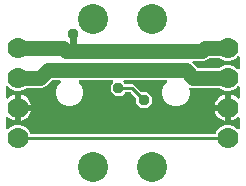
<source format=gbr>
G04 EAGLE Gerber RS-274X export*
G75*
%MOMM*%
%FSLAX34Y34*%
%LPD*%
%INBottom Copper*%
%IPPOS*%
%AMOC8*
5,1,8,0,0,1.08239X$1,22.5*%
G01*
%ADD10C,2.540000*%
%ADD11C,1.778000*%
%ADD12C,1.270000*%
%ADD13P,0.981078X8X22.500000*%
%ADD14C,0.609600*%
%ADD15P,0.879767X8X22.500000*%
%ADD16C,0.254000*%
%ADD17C,0.812800*%

G36*
X179226Y54106D02*
X179226Y54106D01*
X179256Y54104D01*
X179384Y54126D01*
X179513Y54143D01*
X179540Y54153D01*
X179569Y54158D01*
X179688Y54212D01*
X179808Y54260D01*
X179832Y54277D01*
X179859Y54289D01*
X179961Y54370D01*
X180066Y54446D01*
X180085Y54469D01*
X180108Y54488D01*
X180186Y54591D01*
X180269Y54691D01*
X180281Y54718D01*
X180299Y54742D01*
X180370Y54886D01*
X181240Y56987D01*
X184313Y60060D01*
X188327Y61723D01*
X192673Y61723D01*
X196687Y60060D01*
X198493Y58255D01*
X198581Y58186D01*
X198615Y58154D01*
X198633Y58144D01*
X198709Y58081D01*
X198728Y58072D01*
X198744Y58060D01*
X198872Y58004D01*
X198997Y57945D01*
X199017Y57941D01*
X199036Y57933D01*
X199174Y57911D01*
X199310Y57885D01*
X199330Y57887D01*
X199350Y57883D01*
X199489Y57896D01*
X199627Y57905D01*
X199646Y57911D01*
X199666Y57913D01*
X199798Y57960D01*
X199929Y58003D01*
X199947Y58014D01*
X199966Y58021D01*
X200081Y58099D01*
X200198Y58173D01*
X200212Y58188D01*
X200229Y58199D01*
X200321Y58304D01*
X200416Y58405D01*
X200426Y58423D01*
X200439Y58438D01*
X200503Y58562D01*
X200570Y58683D01*
X200575Y58703D01*
X200584Y58721D01*
X200614Y58857D01*
X200649Y58991D01*
X200651Y59019D01*
X200654Y59031D01*
X200653Y59052D01*
X200656Y59093D01*
X200657Y59099D01*
X200656Y59106D01*
X200659Y59152D01*
X200659Y67130D01*
X200642Y67268D01*
X200629Y67406D01*
X200622Y67425D01*
X200619Y67445D01*
X200568Y67575D01*
X200521Y67705D01*
X200510Y67722D01*
X200502Y67741D01*
X200421Y67853D01*
X200343Y67968D01*
X200327Y67982D01*
X200316Y67998D01*
X200208Y68087D01*
X200104Y68179D01*
X200086Y68188D01*
X200071Y68201D01*
X199945Y68260D01*
X199821Y68323D01*
X199801Y68328D01*
X199783Y68336D01*
X199647Y68362D01*
X199511Y68393D01*
X199490Y68392D01*
X199471Y68396D01*
X199332Y68388D01*
X199193Y68383D01*
X199173Y68378D01*
X199153Y68376D01*
X199021Y68334D01*
X198887Y68295D01*
X198870Y68285D01*
X198851Y68278D01*
X198733Y68204D01*
X198613Y68133D01*
X198592Y68115D01*
X198582Y68108D01*
X198568Y68093D01*
X198492Y68027D01*
X197947Y67481D01*
X196491Y66423D01*
X194888Y65607D01*
X193177Y65051D01*
X193039Y65029D01*
X193039Y74930D01*
X193024Y75048D01*
X193017Y75167D01*
X193004Y75205D01*
X192999Y75245D01*
X192956Y75356D01*
X192919Y75469D01*
X192897Y75503D01*
X192882Y75541D01*
X192812Y75637D01*
X192749Y75738D01*
X192719Y75766D01*
X192695Y75798D01*
X192604Y75874D01*
X192517Y75956D01*
X192482Y75975D01*
X192451Y76001D01*
X192343Y76052D01*
X192239Y76109D01*
X192199Y76120D01*
X192163Y76137D01*
X192046Y76159D01*
X191931Y76189D01*
X191870Y76193D01*
X191850Y76197D01*
X191830Y76195D01*
X191770Y76199D01*
X190499Y76199D01*
X190499Y76201D01*
X191770Y76201D01*
X191888Y76216D01*
X192007Y76223D01*
X192045Y76236D01*
X192085Y76241D01*
X192196Y76285D01*
X192309Y76321D01*
X192344Y76343D01*
X192381Y76358D01*
X192477Y76428D01*
X192578Y76491D01*
X192606Y76521D01*
X192639Y76545D01*
X192714Y76636D01*
X192796Y76723D01*
X192816Y76758D01*
X192841Y76790D01*
X192892Y76897D01*
X192950Y77002D01*
X192960Y77041D01*
X192977Y77077D01*
X192999Y77194D01*
X193029Y77309D01*
X193033Y77370D01*
X193037Y77390D01*
X193035Y77410D01*
X193039Y77470D01*
X193039Y87371D01*
X193177Y87349D01*
X194888Y86793D01*
X196491Y85977D01*
X197947Y84919D01*
X198492Y84373D01*
X198602Y84288D01*
X198709Y84199D01*
X198728Y84190D01*
X198744Y84178D01*
X198872Y84123D01*
X198997Y84064D01*
X199017Y84060D01*
X199036Y84052D01*
X199174Y84030D01*
X199310Y84004D01*
X199330Y84005D01*
X199350Y84002D01*
X199489Y84015D01*
X199627Y84024D01*
X199646Y84030D01*
X199666Y84032D01*
X199797Y84079D01*
X199929Y84122D01*
X199947Y84132D01*
X199966Y84139D01*
X200080Y84217D01*
X200198Y84292D01*
X200212Y84306D01*
X200229Y84318D01*
X200321Y84422D01*
X200416Y84523D01*
X200426Y84541D01*
X200439Y84556D01*
X200502Y84680D01*
X200570Y84802D01*
X200575Y84821D01*
X200584Y84839D01*
X200614Y84975D01*
X200649Y85110D01*
X200651Y85138D01*
X200654Y85150D01*
X200653Y85170D01*
X200659Y85270D01*
X200659Y93248D01*
X200642Y93385D01*
X200629Y93524D01*
X200622Y93543D01*
X200619Y93564D01*
X200568Y93692D01*
X200521Y93824D01*
X200510Y93840D01*
X200502Y93859D01*
X200421Y93972D01*
X200343Y94087D01*
X200327Y94100D01*
X200316Y94117D01*
X200208Y94205D01*
X200104Y94297D01*
X200086Y94306D01*
X200071Y94319D01*
X199945Y94379D01*
X199821Y94442D01*
X199801Y94446D01*
X199783Y94455D01*
X199646Y94481D01*
X199511Y94511D01*
X199490Y94511D01*
X199471Y94515D01*
X199332Y94506D01*
X199193Y94502D01*
X199173Y94496D01*
X199153Y94495D01*
X199021Y94452D01*
X198887Y94413D01*
X198870Y94403D01*
X198851Y94397D01*
X198733Y94322D01*
X198613Y94252D01*
X198592Y94233D01*
X198582Y94227D01*
X198568Y94212D01*
X198493Y94145D01*
X196687Y92340D01*
X192673Y90677D01*
X188327Y90677D01*
X184313Y92340D01*
X183807Y92846D01*
X183729Y92906D01*
X183657Y92974D01*
X183604Y93003D01*
X183556Y93040D01*
X183465Y93080D01*
X183379Y93128D01*
X183320Y93143D01*
X183264Y93167D01*
X183166Y93182D01*
X183071Y93207D01*
X182971Y93213D01*
X182950Y93217D01*
X182938Y93215D01*
X182910Y93217D01*
X159621Y93217D01*
X159491Y93253D01*
X159358Y93294D01*
X159338Y93295D01*
X159319Y93300D01*
X159179Y93302D01*
X159041Y93309D01*
X159021Y93305D01*
X159001Y93305D01*
X158865Y93273D01*
X158729Y93244D01*
X158711Y93236D01*
X158692Y93231D01*
X158568Y93166D01*
X158444Y93105D01*
X158428Y93092D01*
X158410Y93082D01*
X158307Y92989D01*
X158202Y92898D01*
X158190Y92882D01*
X158175Y92868D01*
X158099Y92752D01*
X158019Y92638D01*
X158011Y92619D01*
X158000Y92603D01*
X157955Y92471D01*
X157906Y92341D01*
X157904Y92321D01*
X157897Y92302D01*
X157886Y92163D01*
X157871Y92025D01*
X157873Y92005D01*
X157872Y91985D01*
X157896Y91848D01*
X157915Y91710D01*
X157924Y91683D01*
X157926Y91671D01*
X157935Y91653D01*
X157967Y91558D01*
X158116Y91199D01*
X158116Y86601D01*
X156356Y82353D01*
X153105Y79102D01*
X148857Y77342D01*
X144259Y77342D01*
X140011Y79102D01*
X136760Y82353D01*
X135000Y86601D01*
X135000Y91199D01*
X136760Y95447D01*
X138713Y97401D01*
X138799Y97510D01*
X138887Y97617D01*
X138896Y97636D01*
X138908Y97652D01*
X138964Y97780D01*
X139023Y97905D01*
X139027Y97925D01*
X139035Y97944D01*
X139057Y98082D01*
X139083Y98218D01*
X139081Y98238D01*
X139085Y98258D01*
X139071Y98397D01*
X139063Y98535D01*
X139057Y98554D01*
X139055Y98574D01*
X139008Y98706D01*
X138965Y98837D01*
X138954Y98855D01*
X138947Y98874D01*
X138869Y98989D01*
X138795Y99106D01*
X138780Y99120D01*
X138769Y99137D01*
X138664Y99229D01*
X138563Y99324D01*
X138545Y99334D01*
X138530Y99347D01*
X138406Y99411D01*
X138285Y99478D01*
X138265Y99483D01*
X138247Y99492D01*
X138111Y99522D01*
X137977Y99557D01*
X137949Y99559D01*
X137937Y99562D01*
X137916Y99561D01*
X137816Y99567D01*
X103281Y99567D01*
X103143Y99550D01*
X103005Y99537D01*
X102985Y99530D01*
X102965Y99527D01*
X102836Y99476D01*
X102705Y99429D01*
X102688Y99418D01*
X102670Y99410D01*
X102557Y99329D01*
X102442Y99251D01*
X102429Y99235D01*
X102412Y99224D01*
X102323Y99116D01*
X102232Y99012D01*
X102222Y98994D01*
X102209Y98979D01*
X102150Y98853D01*
X102087Y98729D01*
X102083Y98709D01*
X102074Y98691D01*
X102048Y98555D01*
X102017Y98419D01*
X102018Y98398D01*
X102014Y98379D01*
X102023Y98240D01*
X102027Y98101D01*
X102033Y98081D01*
X102034Y98061D01*
X102077Y97929D01*
X102115Y97795D01*
X102126Y97778D01*
X102132Y97759D01*
X102206Y97641D01*
X102277Y97521D01*
X102296Y97500D01*
X102302Y97490D01*
X102317Y97476D01*
X102383Y97401D01*
X103399Y96384D01*
X103478Y96324D01*
X103550Y96256D01*
X103603Y96227D01*
X103651Y96190D01*
X103742Y96150D01*
X103828Y96102D01*
X103887Y96087D01*
X103943Y96063D01*
X104040Y96048D01*
X104136Y96023D01*
X104236Y96017D01*
X104257Y96013D01*
X104269Y96015D01*
X104297Y96013D01*
X110588Y96013D01*
X117114Y89486D01*
X117193Y89426D01*
X117265Y89358D01*
X117318Y89329D01*
X117366Y89292D01*
X117457Y89252D01*
X117543Y89204D01*
X117602Y89189D01*
X117657Y89165D01*
X117755Y89150D01*
X117851Y89125D01*
X117951Y89119D01*
X117972Y89115D01*
X117984Y89117D01*
X118012Y89115D01*
X122099Y89115D01*
X125945Y85269D01*
X125945Y79831D01*
X122099Y75985D01*
X116661Y75985D01*
X112815Y79831D01*
X112815Y83918D01*
X112803Y84016D01*
X112800Y84115D01*
X112783Y84174D01*
X112775Y84234D01*
X112739Y84326D01*
X112711Y84421D01*
X112681Y84473D01*
X112658Y84529D01*
X112600Y84609D01*
X112550Y84695D01*
X112484Y84770D01*
X112472Y84787D01*
X112462Y84795D01*
X112444Y84816D01*
X108224Y89036D01*
X108145Y89096D01*
X108073Y89164D01*
X108020Y89193D01*
X107972Y89230D01*
X107881Y89270D01*
X107795Y89318D01*
X107736Y89333D01*
X107681Y89357D01*
X107583Y89372D01*
X107487Y89397D01*
X107387Y89403D01*
X107366Y89407D01*
X107354Y89405D01*
X107326Y89407D01*
X104297Y89407D01*
X104199Y89395D01*
X104100Y89392D01*
X104041Y89375D01*
X103981Y89367D01*
X103889Y89331D01*
X103794Y89303D01*
X103742Y89273D01*
X103686Y89250D01*
X103605Y89192D01*
X103520Y89142D01*
X103445Y89076D01*
X103428Y89064D01*
X103421Y89054D01*
X103399Y89036D01*
X100509Y86145D01*
X95071Y86145D01*
X91225Y89991D01*
X91225Y95429D01*
X93197Y97401D01*
X93282Y97510D01*
X93371Y97617D01*
X93379Y97636D01*
X93392Y97652D01*
X93447Y97780D01*
X93506Y97905D01*
X93510Y97925D01*
X93518Y97944D01*
X93540Y98082D01*
X93566Y98218D01*
X93565Y98238D01*
X93568Y98258D01*
X93555Y98397D01*
X93546Y98535D01*
X93540Y98554D01*
X93538Y98574D01*
X93491Y98706D01*
X93448Y98837D01*
X93437Y98855D01*
X93430Y98874D01*
X93352Y98989D01*
X93278Y99106D01*
X93263Y99120D01*
X93252Y99137D01*
X93147Y99229D01*
X93046Y99324D01*
X93029Y99334D01*
X93013Y99347D01*
X92889Y99411D01*
X92768Y99478D01*
X92748Y99483D01*
X92730Y99492D01*
X92594Y99522D01*
X92460Y99557D01*
X92432Y99559D01*
X92420Y99562D01*
X92399Y99561D01*
X92299Y99567D01*
X65384Y99567D01*
X65247Y99550D01*
X65108Y99537D01*
X65089Y99530D01*
X65069Y99527D01*
X64940Y99476D01*
X64808Y99429D01*
X64792Y99418D01*
X64773Y99410D01*
X64660Y99329D01*
X64545Y99251D01*
X64532Y99235D01*
X64516Y99224D01*
X64427Y99116D01*
X64335Y99012D01*
X64326Y98994D01*
X64313Y98979D01*
X64253Y98853D01*
X64190Y98729D01*
X64186Y98709D01*
X64177Y98691D01*
X64151Y98555D01*
X64121Y98419D01*
X64121Y98398D01*
X64117Y98379D01*
X64126Y98240D01*
X64130Y98101D01*
X64136Y98081D01*
X64137Y98061D01*
X64180Y97929D01*
X64219Y97795D01*
X64229Y97778D01*
X64235Y97759D01*
X64310Y97641D01*
X64380Y97521D01*
X64399Y97500D01*
X64405Y97490D01*
X64420Y97476D01*
X64487Y97401D01*
X66440Y95447D01*
X68200Y91199D01*
X68200Y86601D01*
X66440Y82353D01*
X63189Y79102D01*
X58941Y77342D01*
X54343Y77342D01*
X50095Y79102D01*
X46844Y82353D01*
X45084Y86601D01*
X45084Y91199D01*
X46844Y95447D01*
X48797Y97401D01*
X48883Y97510D01*
X48971Y97617D01*
X48980Y97636D01*
X48992Y97652D01*
X49048Y97780D01*
X49107Y97905D01*
X49111Y97925D01*
X49119Y97944D01*
X49141Y98082D01*
X49167Y98218D01*
X49165Y98238D01*
X49169Y98258D01*
X49155Y98397D01*
X49147Y98535D01*
X49141Y98554D01*
X49139Y98574D01*
X49092Y98706D01*
X49049Y98837D01*
X49038Y98855D01*
X49031Y98874D01*
X48953Y98989D01*
X48879Y99106D01*
X48864Y99120D01*
X48853Y99137D01*
X48748Y99229D01*
X48647Y99324D01*
X48629Y99334D01*
X48614Y99347D01*
X48490Y99411D01*
X48369Y99478D01*
X48349Y99483D01*
X48331Y99492D01*
X48195Y99522D01*
X48061Y99557D01*
X48033Y99559D01*
X48021Y99562D01*
X48000Y99561D01*
X47900Y99567D01*
X42098Y99567D01*
X42000Y99555D01*
X41901Y99552D01*
X41843Y99535D01*
X41782Y99527D01*
X41690Y99491D01*
X41595Y99463D01*
X41543Y99433D01*
X41487Y99410D01*
X41407Y99352D01*
X41321Y99302D01*
X41246Y99236D01*
X41229Y99224D01*
X41222Y99214D01*
X41200Y99196D01*
X36498Y94493D01*
X33417Y93217D01*
X20290Y93217D01*
X20192Y93205D01*
X20093Y93202D01*
X20035Y93185D01*
X19975Y93177D01*
X19882Y93141D01*
X19787Y93113D01*
X19735Y93083D01*
X19679Y93060D01*
X19599Y93002D01*
X19513Y92952D01*
X19438Y92886D01*
X19422Y92874D01*
X19414Y92864D01*
X19393Y92846D01*
X18887Y92340D01*
X14873Y90677D01*
X10527Y90677D01*
X6513Y92340D01*
X4707Y94145D01*
X4598Y94231D01*
X4491Y94319D01*
X4472Y94328D01*
X4456Y94340D01*
X4328Y94396D01*
X4203Y94455D01*
X4183Y94459D01*
X4164Y94467D01*
X4026Y94489D01*
X3890Y94515D01*
X3870Y94513D01*
X3850Y94517D01*
X3711Y94504D01*
X3573Y94495D01*
X3554Y94489D01*
X3534Y94487D01*
X3402Y94440D01*
X3271Y94397D01*
X3253Y94386D01*
X3234Y94379D01*
X3119Y94301D01*
X3002Y94227D01*
X2988Y94212D01*
X2971Y94201D01*
X2879Y94096D01*
X2784Y93995D01*
X2774Y93977D01*
X2761Y93962D01*
X2697Y93838D01*
X2630Y93717D01*
X2625Y93697D01*
X2616Y93679D01*
X2586Y93543D01*
X2551Y93409D01*
X2549Y93381D01*
X2546Y93369D01*
X2547Y93348D01*
X2541Y93248D01*
X2541Y85270D01*
X2558Y85132D01*
X2571Y84994D01*
X2578Y84975D01*
X2581Y84955D01*
X2632Y84825D01*
X2679Y84695D01*
X2690Y84678D01*
X2698Y84659D01*
X2779Y84547D01*
X2857Y84432D01*
X2873Y84418D01*
X2884Y84402D01*
X2992Y84313D01*
X3096Y84221D01*
X3114Y84212D01*
X3129Y84199D01*
X3255Y84140D01*
X3379Y84077D01*
X3399Y84072D01*
X3417Y84064D01*
X3553Y84038D01*
X3689Y84007D01*
X3710Y84008D01*
X3729Y84004D01*
X3868Y84012D01*
X4007Y84017D01*
X4027Y84022D01*
X4047Y84024D01*
X4179Y84066D01*
X4313Y84105D01*
X4330Y84115D01*
X4349Y84122D01*
X4467Y84196D01*
X4587Y84267D01*
X4608Y84285D01*
X4618Y84292D01*
X4632Y84307D01*
X4708Y84373D01*
X5253Y84919D01*
X6709Y85977D01*
X8312Y86793D01*
X10023Y87349D01*
X10161Y87371D01*
X10161Y77470D01*
X10176Y77352D01*
X10183Y77233D01*
X10196Y77195D01*
X10201Y77155D01*
X10244Y77044D01*
X10281Y76931D01*
X10303Y76897D01*
X10318Y76859D01*
X10388Y76763D01*
X10451Y76662D01*
X10481Y76634D01*
X10504Y76602D01*
X10596Y76526D01*
X10683Y76444D01*
X10718Y76425D01*
X10749Y76399D01*
X10857Y76348D01*
X10961Y76291D01*
X11001Y76280D01*
X11037Y76263D01*
X11154Y76241D01*
X11269Y76211D01*
X11330Y76207D01*
X11350Y76203D01*
X11370Y76205D01*
X11430Y76201D01*
X12701Y76201D01*
X12701Y76199D01*
X11430Y76199D01*
X11312Y76184D01*
X11193Y76177D01*
X11155Y76164D01*
X11114Y76159D01*
X11004Y76115D01*
X10891Y76079D01*
X10856Y76057D01*
X10819Y76042D01*
X10723Y75972D01*
X10622Y75909D01*
X10594Y75879D01*
X10561Y75855D01*
X10486Y75764D01*
X10404Y75677D01*
X10384Y75642D01*
X10359Y75610D01*
X10308Y75503D01*
X10250Y75398D01*
X10240Y75359D01*
X10223Y75323D01*
X10201Y75206D01*
X10171Y75091D01*
X10167Y75030D01*
X10163Y75010D01*
X10165Y74990D01*
X10161Y74930D01*
X10161Y65029D01*
X10023Y65051D01*
X8312Y65607D01*
X6709Y66423D01*
X5253Y67481D01*
X4708Y68027D01*
X4598Y68112D01*
X4491Y68201D01*
X4472Y68210D01*
X4456Y68222D01*
X4328Y68277D01*
X4203Y68336D01*
X4183Y68340D01*
X4164Y68348D01*
X4026Y68370D01*
X3890Y68396D01*
X3870Y68395D01*
X3850Y68398D01*
X3711Y68385D01*
X3573Y68376D01*
X3554Y68370D01*
X3534Y68368D01*
X3403Y68321D01*
X3271Y68278D01*
X3253Y68268D01*
X3234Y68261D01*
X3120Y68183D01*
X3002Y68108D01*
X2988Y68094D01*
X2971Y68082D01*
X2879Y67978D01*
X2784Y67877D01*
X2774Y67859D01*
X2761Y67844D01*
X2698Y67720D01*
X2630Y67598D01*
X2625Y67579D01*
X2616Y67561D01*
X2586Y67425D01*
X2551Y67290D01*
X2549Y67262D01*
X2546Y67250D01*
X2547Y67230D01*
X2541Y67130D01*
X2541Y59152D01*
X2558Y59015D01*
X2560Y58999D01*
X2563Y58943D01*
X2566Y58935D01*
X2571Y58876D01*
X2578Y58857D01*
X2581Y58836D01*
X2632Y58708D01*
X2679Y58576D01*
X2690Y58560D01*
X2698Y58541D01*
X2779Y58428D01*
X2857Y58313D01*
X2873Y58300D01*
X2884Y58283D01*
X2992Y58195D01*
X3096Y58103D01*
X3114Y58094D01*
X3129Y58081D01*
X3255Y58021D01*
X3379Y57958D01*
X3399Y57954D01*
X3417Y57945D01*
X3554Y57919D01*
X3689Y57889D01*
X3710Y57889D01*
X3729Y57885D01*
X3868Y57894D01*
X4007Y57898D01*
X4027Y57904D01*
X4047Y57905D01*
X4179Y57948D01*
X4313Y57987D01*
X4330Y57997D01*
X4349Y58003D01*
X4467Y58078D01*
X4587Y58148D01*
X4608Y58167D01*
X4618Y58173D01*
X4632Y58188D01*
X4707Y58255D01*
X6513Y60060D01*
X10527Y61723D01*
X14873Y61723D01*
X18887Y60060D01*
X21960Y56987D01*
X22830Y54886D01*
X22845Y54861D01*
X22854Y54833D01*
X22923Y54723D01*
X22988Y54610D01*
X23008Y54589D01*
X23024Y54564D01*
X23119Y54475D01*
X23209Y54382D01*
X23234Y54366D01*
X23256Y54346D01*
X23369Y54283D01*
X23480Y54215D01*
X23508Y54207D01*
X23534Y54192D01*
X23660Y54160D01*
X23784Y54122D01*
X23813Y54120D01*
X23842Y54113D01*
X24003Y54103D01*
X179197Y54103D01*
X179226Y54106D01*
G37*
G36*
X199489Y108696D02*
X199489Y108696D01*
X199627Y108705D01*
X199646Y108711D01*
X199666Y108713D01*
X199798Y108760D01*
X199929Y108803D01*
X199947Y108814D01*
X199966Y108821D01*
X200081Y108899D01*
X200198Y108973D01*
X200212Y108988D01*
X200229Y108999D01*
X200321Y109104D01*
X200416Y109205D01*
X200426Y109223D01*
X200439Y109238D01*
X200503Y109362D01*
X200570Y109483D01*
X200575Y109503D01*
X200584Y109521D01*
X200614Y109657D01*
X200649Y109791D01*
X200651Y109819D01*
X200654Y109831D01*
X200653Y109852D01*
X200659Y109952D01*
X200659Y118648D01*
X200642Y118785D01*
X200629Y118924D01*
X200622Y118943D01*
X200619Y118964D01*
X200568Y119092D01*
X200521Y119224D01*
X200510Y119240D01*
X200502Y119259D01*
X200421Y119372D01*
X200343Y119487D01*
X200327Y119500D01*
X200316Y119517D01*
X200208Y119605D01*
X200104Y119697D01*
X200086Y119706D01*
X200071Y119719D01*
X199945Y119779D01*
X199821Y119842D01*
X199801Y119846D01*
X199783Y119855D01*
X199646Y119881D01*
X199511Y119911D01*
X199490Y119911D01*
X199471Y119915D01*
X199332Y119906D01*
X199193Y119902D01*
X199173Y119896D01*
X199153Y119895D01*
X199021Y119852D01*
X198887Y119813D01*
X198870Y119803D01*
X198851Y119797D01*
X198733Y119722D01*
X198613Y119652D01*
X198592Y119633D01*
X198582Y119627D01*
X198568Y119612D01*
X198493Y119545D01*
X196687Y117740D01*
X192673Y116077D01*
X188327Y116077D01*
X184313Y117740D01*
X183807Y118246D01*
X183729Y118306D01*
X183657Y118374D01*
X183604Y118403D01*
X183556Y118440D01*
X183465Y118480D01*
X183379Y118528D01*
X183320Y118543D01*
X183264Y118567D01*
X183166Y118582D01*
X183071Y118607D01*
X182971Y118613D01*
X182950Y118617D01*
X182938Y118615D01*
X182910Y118617D01*
X175448Y118617D01*
X175350Y118605D01*
X175251Y118602D01*
X175193Y118585D01*
X175132Y118577D01*
X175040Y118541D01*
X174945Y118513D01*
X174893Y118483D01*
X174837Y118460D01*
X174757Y118402D01*
X174671Y118352D01*
X174596Y118286D01*
X174579Y118274D01*
X174572Y118264D01*
X174550Y118246D01*
X173658Y117353D01*
X170577Y116077D01*
X161732Y116077D01*
X161594Y116060D01*
X161456Y116047D01*
X161436Y116040D01*
X161416Y116037D01*
X161287Y115986D01*
X161156Y115939D01*
X161139Y115928D01*
X161121Y115920D01*
X161008Y115839D01*
X160893Y115761D01*
X160880Y115745D01*
X160863Y115734D01*
X160775Y115626D01*
X160683Y115522D01*
X160673Y115504D01*
X160661Y115489D01*
X160601Y115363D01*
X160538Y115239D01*
X160534Y115219D01*
X160525Y115201D01*
X160499Y115065D01*
X160468Y114929D01*
X160469Y114908D01*
X160465Y114889D01*
X160474Y114750D01*
X160478Y114611D01*
X160484Y114591D01*
X160485Y114571D01*
X160528Y114439D01*
X160566Y114305D01*
X160577Y114288D01*
X160583Y114269D01*
X160658Y114150D01*
X160728Y114031D01*
X160747Y114010D01*
X160753Y114000D01*
X160768Y113986D01*
X160834Y113911D01*
X164390Y110354D01*
X164469Y110294D01*
X164541Y110226D01*
X164594Y110197D01*
X164642Y110160D01*
X164733Y110120D01*
X164819Y110072D01*
X164878Y110057D01*
X164934Y110033D01*
X165032Y110018D01*
X165127Y109993D01*
X165227Y109987D01*
X165248Y109983D01*
X165260Y109985D01*
X165288Y109983D01*
X182910Y109983D01*
X183008Y109995D01*
X183107Y109998D01*
X183165Y110015D01*
X183225Y110023D01*
X183318Y110059D01*
X183413Y110087D01*
X183465Y110117D01*
X183521Y110140D01*
X183601Y110198D01*
X183687Y110248D01*
X183762Y110314D01*
X183778Y110326D01*
X183786Y110336D01*
X183807Y110354D01*
X184313Y110860D01*
X188327Y112523D01*
X192673Y112523D01*
X196687Y110860D01*
X198493Y109055D01*
X198602Y108969D01*
X198709Y108881D01*
X198728Y108872D01*
X198744Y108860D01*
X198872Y108804D01*
X198997Y108745D01*
X199017Y108741D01*
X199036Y108733D01*
X199174Y108711D01*
X199310Y108685D01*
X199330Y108687D01*
X199350Y108683D01*
X199489Y108696D01*
G37*
%LPC*%
G36*
X15239Y78739D02*
X15239Y78739D01*
X15239Y87371D01*
X15377Y87349D01*
X17088Y86793D01*
X18691Y85977D01*
X20147Y84919D01*
X21419Y83647D01*
X22477Y82191D01*
X23293Y80588D01*
X23849Y78877D01*
X23871Y78739D01*
X15239Y78739D01*
G37*
%LPD*%
%LPC*%
G36*
X179329Y78739D02*
X179329Y78739D01*
X179351Y78877D01*
X179907Y80588D01*
X180723Y82191D01*
X181781Y83647D01*
X183053Y84919D01*
X184509Y85977D01*
X186112Y86793D01*
X187823Y87349D01*
X187961Y87371D01*
X187961Y78739D01*
X179329Y78739D01*
G37*
%LPD*%
%LPC*%
G36*
X15239Y73661D02*
X15239Y73661D01*
X23871Y73661D01*
X23849Y73523D01*
X23293Y71812D01*
X22477Y70209D01*
X21419Y68753D01*
X20147Y67481D01*
X18691Y66423D01*
X17088Y65607D01*
X15377Y65051D01*
X15239Y65029D01*
X15239Y73661D01*
G37*
%LPD*%
%LPC*%
G36*
X187823Y65051D02*
X187823Y65051D01*
X186112Y65607D01*
X184509Y66423D01*
X183053Y67481D01*
X181781Y68753D01*
X180723Y70209D01*
X179907Y71812D01*
X179351Y73523D01*
X179329Y73661D01*
X187961Y73661D01*
X187961Y65029D01*
X187823Y65051D01*
G37*
%LPD*%
D10*
X76708Y26416D03*
X76708Y151384D03*
X126492Y26416D03*
X126492Y151384D03*
D11*
X12700Y50800D03*
X12700Y76200D03*
X12700Y101600D03*
X12700Y127000D03*
X190500Y50800D03*
X190500Y76200D03*
X190500Y101600D03*
X190500Y127000D03*
D12*
X171450Y127000D01*
X168910Y124460D01*
X58420Y124460D01*
X53340Y124460D01*
X50800Y127000D01*
X12700Y127000D01*
D13*
X59690Y138430D03*
D14*
X59690Y124460D01*
X58420Y124460D01*
D15*
X178054Y114046D03*
D13*
X71120Y59690D03*
X74930Y90170D03*
X171450Y87630D03*
X119380Y82550D03*
D16*
X109220Y92710D01*
D13*
X97790Y92710D03*
D16*
X109220Y92710D01*
X190500Y50800D02*
X12700Y50800D01*
D12*
X38100Y107950D02*
X154940Y107950D01*
D17*
X17780Y101600D02*
X12700Y101600D01*
D12*
X154940Y107950D02*
X161290Y101600D01*
X190500Y101600D01*
X38100Y107950D02*
X31750Y101600D01*
X12700Y101600D01*
M02*

</source>
